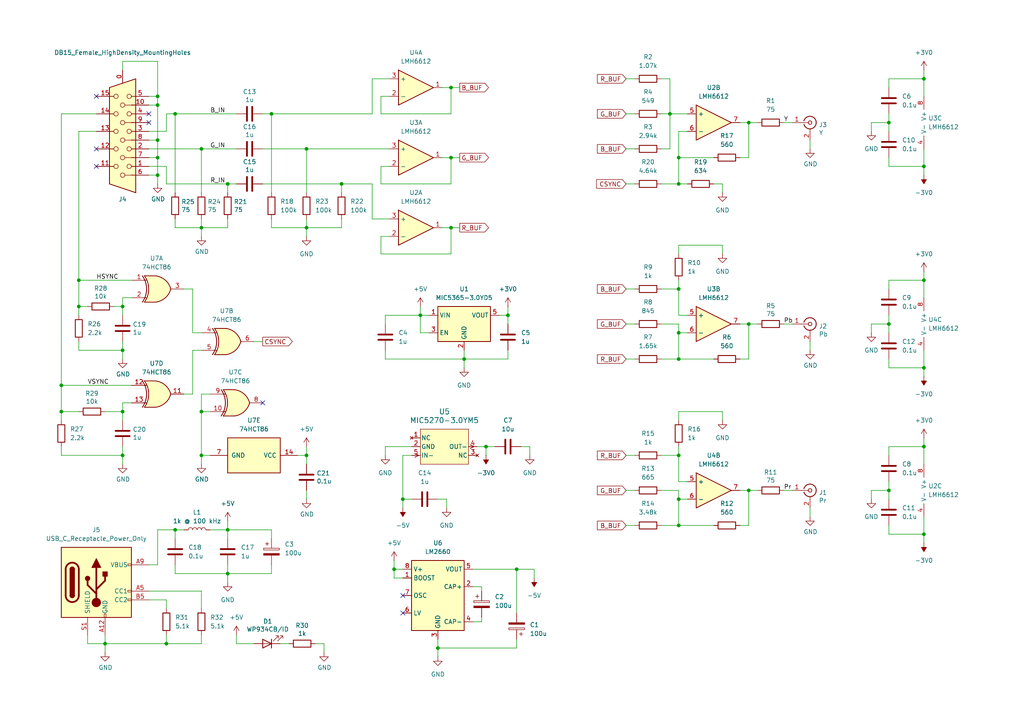
<source format=kicad_sch>
(kicad_sch (version 20250114) (generator "eeschema") (generator_version "9.0")
  (paper "A4")
  (title_block (title "RGBHV to YPbPr converter") (date "2025-05-28") (rev "v0.6"))
  (junction (at 149.86 165.1))
  (junction (at 35.56 132.08))
  (junction (at 99.06 53.34))
  (junction (at 196.85 83.82))
  (junction (at 134.62 104.14))
  (junction (at 267.97 154.94))
  (junction (at 114.3 165.1))
  (junction (at 267.97 129.54))
  (junction (at 45.72 27.94))
  (junction (at 147.32 91.44))
  (junction (at 257.81 142.24))
  (junction (at 140.97 129.54))
  (junction (at 196.85 96.52))
  (junction (at 58.42 66.04))
  (junction (at 30.48 186.69))
  (junction (at 22.86 81.28))
  (junction (at 45.72 40.64))
  (junction (at 58.42 132.08))
  (junction (at 35.56 88.9))
  (junction (at 45.72 50.8))
  (junction (at 66.04 153.67))
  (junction (at 78.74 33.02))
  (junction (at 58.42 119.38))
  (junction (at 217.17 35.56))
  (junction (at 35.56 101.6))
  (junction (at 257.81 35.56))
  (junction (at 130.81 25.4))
  (junction (at 17.78 111.76))
  (junction (at 257.81 93.98))
  (junction (at 196.85 132.08))
  (junction (at 130.81 66.04))
  (junction (at 267.97 106.68))
  (junction (at 45.72 45.72))
  (junction (at 88.9 66.04))
  (junction (at 194.31 33.02))
  (junction (at 267.97 81.28))
  (junction (at 196.85 53.34))
  (junction (at 45.72 30.48))
  (junction (at 50.8 33.02))
  (junction (at 127 187.96))
  (junction (at 196.85 144.78))
  (junction (at 116.84 144.78))
  (junction (at 50.8 153.67))
  (junction (at 267.97 22.86))
  (junction (at 35.56 119.38))
  (junction (at 66.04 166.37))
  (junction (at 196.85 104.14))
  (junction (at 267.97 48.26))
  (junction (at 22.86 88.9))
  (junction (at 88.9 43.18))
  (junction (at 217.17 142.24))
  (junction (at 121.92 91.44))
  (junction (at 196.85 152.4))
  (junction (at 66.04 53.34))
  (junction (at 130.81 45.72))
  (junction (at 217.17 93.98))
  (junction (at 196.85 45.72))
  (junction (at 58.42 43.18))
  (junction (at 88.9 132.08))
  (junction (at 17.78 119.38))
  (junction (at 48.26 186.69))
  (no_connect (at 27.94 43.18))
  (no_connect (at 27.94 48.26))
  (no_connect (at 43.18 33.02))
  (no_connect (at 27.94 27.94))
  (no_connect (at 116.84 177.8))
  (no_connect (at 76.2 116.84))
  (no_connect (at 116.84 172.72))
  (no_connect (at 43.18 35.56))
  (wire (pts (xy 107.95 63.5) (xy 113.03 63.5)))
  (wire (pts (xy 267.97 149.86) (xy 267.97 154.94)))
  (wire (pts (xy 196.85 93.98) (xy 196.85 96.52)))
  (wire (pts (xy 113.03 68.58) (xy 110.49 68.58)))
  (wire (pts (xy 257.81 33.02) (xy 257.81 35.56)))
  (wire (pts (xy 140.97 129.54) (xy 143.51 129.54)))
  (wire (pts (xy 76.2 99.06) (xy 73.66 99.06)))
  (wire (pts (xy 130.81 25.4) (xy 128.27 25.4)))
  (wire (pts (xy 45.72 45.72) (xy 45.72 40.64)))
  (wire (pts (xy 48.26 186.69) (xy 58.42 186.69)))
  (wire (pts (xy 130.81 25.4) (xy 133.35 25.4)))
  (wire (pts (xy 194.31 43.18) (xy 194.31 33.02)))
  (wire (pts (xy 196.85 81.28) (xy 196.85 83.82)))
  (wire (pts (xy 88.9 66.04) (xy 99.06 66.04)))
  (wire (pts (xy 110.49 27.94) (xy 110.49 33.02)))
  (wire (pts (xy 191.77 104.14) (xy 196.85 104.14)))
  (wire (pts (xy 30.48 186.69) (xy 48.26 186.69)))
  (wire (pts (xy 78.74 33.02) (xy 107.95 33.02)))
  (wire (pts (xy 124.46 96.52) (xy 121.92 96.52)))
  (wire (pts (xy 252.73 93.98) (xy 257.81 93.98)))
  (wire (pts (xy 199.39 38.1) (xy 196.85 38.1)))
  (wire (pts (xy 88.9 43.18) (xy 88.9 55.88)))
  (wire (pts (xy 196.85 53.34) (xy 199.39 53.34)))
  (wire (pts (xy 196.85 71.12) (xy 209.55 71.12)))
  (wire (pts (xy 35.56 119.38) (xy 30.48 119.38)))
  (wire (pts (xy 196.85 119.38) (xy 209.55 119.38)))
  (wire (pts (xy 66.04 66.04) (xy 66.04 63.5)))
  (wire (pts (xy 50.8 33.02) (xy 50.8 55.88)))
  (wire (pts (xy 267.97 78.74) (xy 267.97 81.28)))
  (wire (pts (xy 257.81 83.82) (xy 257.81 81.28)))
  (wire (pts (xy 43.18 43.18) (xy 58.42 43.18)))
  (wire (pts (xy 196.85 139.7) (xy 199.39 139.7)))
  (wire (pts (xy 267.97 154.94) (xy 267.97 157.48)))
  (wire (pts (xy 128.27 45.72) (xy 130.81 45.72)))
  (wire (pts (xy 217.17 142.24) (xy 217.17 152.4)))
  (wire (pts (xy 91.44 186.69) (xy 93.98 186.69)))
  (wire (pts (xy 35.56 129.54) (xy 35.56 132.08)))
  (wire (pts (xy 78.74 63.5) (xy 78.74 66.04)))
  (wire (pts (xy 196.85 129.54) (xy 196.85 132.08)))
  (wire (pts (xy 111.76 91.44) (xy 111.76 93.98)))
  (wire (pts (xy 83.82 186.69) (xy 81.28 186.69)))
  (wire (pts (xy 48.26 33.02) (xy 50.8 33.02)))
  (wire (pts (xy 153.67 132.08) (xy 153.67 129.54)))
  (wire (pts (xy 194.31 33.02) (xy 199.39 33.02)))
  (wire (pts (xy 66.04 166.37) (xy 78.74 166.37)))
  (wire (pts (xy 22.86 38.1) (xy 22.86 81.28)))
  (wire (pts (xy 58.42 132.08) (xy 58.42 134.62)))
  (wire (pts (xy 196.85 142.24) (xy 196.85 144.78)))
  (wire (pts (xy 58.42 66.04) (xy 66.04 66.04)))
  (wire (pts (xy 194.31 22.86) (xy 194.31 33.02)))
  (wire (pts (xy 267.97 127) (xy 267.97 129.54)))
  (wire (pts (xy 113.03 27.94) (xy 110.49 27.94)))
  (wire (pts (xy 181.61 132.08) (xy 184.15 132.08)))
  (wire (pts (xy 267.97 43.18) (xy 267.97 48.26)))
  (wire (pts (xy 153.67 129.54) (xy 151.13 129.54)))
  (wire (pts (xy 217.17 152.4) (xy 214.63 152.4)))
  (wire (pts (xy 17.78 119.38) (xy 17.78 111.76)))
  (wire (pts (xy 191.77 53.34) (xy 196.85 53.34)))
  (wire (pts (xy 116.84 144.78) (xy 119.38 144.78)))
  (wire (pts (xy 252.73 144.78) (xy 252.73 142.24)))
  (wire (pts (xy 66.04 166.37) (xy 66.04 168.91)))
  (wire (pts (xy 48.26 38.1) (xy 43.18 38.1)))
  (wire (pts (xy 181.61 22.86) (xy 184.15 22.86)))
  (wire (pts (xy 267.97 20.32) (xy 267.97 22.86)))
  (wire (pts (xy 257.81 142.24) (xy 257.81 144.78)))
  (wire (pts (xy 207.01 53.34) (xy 209.55 53.34)))
  (wire (pts (xy 181.61 83.82) (xy 184.15 83.82)))
  (wire (pts (xy 257.81 81.28) (xy 267.97 81.28)))
  (wire (pts (xy 114.3 162.56) (xy 114.3 165.1)))
  (wire (pts (xy 110.49 73.66) (xy 130.81 73.66)))
  (wire (pts (xy 196.85 91.44) (xy 199.39 91.44)))
  (wire (pts (xy 22.86 88.9) (xy 22.86 81.28)))
  (wire (pts (xy 196.85 96.52) (xy 199.39 96.52)))
  (wire (pts (xy 130.81 45.72) (xy 133.35 45.72)))
  (wire (pts (xy 116.84 165.1) (xy 114.3 165.1)))
  (wire (pts (xy 181.61 53.34) (xy 184.15 53.34)))
  (wire (pts (xy 267.97 101.6) (xy 267.97 106.68)))
  (wire (pts (xy 50.8 163.83) (xy 50.8 166.37)))
  (wire (pts (xy 207.01 152.4) (xy 196.85 152.4)))
  (wire (pts (xy 58.42 101.6) (xy 55.88 101.6)))
  (wire (pts (xy 78.74 66.04) (xy 88.9 66.04)))
  (wire (pts (xy 217.17 93.98) (xy 219.71 93.98)))
  (wire (pts (xy 45.72 153.67) (xy 45.72 163.83)))
  (wire (pts (xy 196.85 71.12) (xy 196.85 73.66)))
  (wire (pts (xy 214.63 142.24) (xy 217.17 142.24)))
  (wire (pts (xy 58.42 171.45) (xy 58.42 176.53)))
  (wire (pts (xy 252.73 142.24) (xy 257.81 142.24)))
  (wire (pts (xy 48.26 184.15) (xy 48.26 186.69)))
  (wire (pts (xy 66.04 153.67) (xy 66.04 156.21)))
  (wire (pts (xy 58.42 184.15) (xy 58.42 186.69)))
  (wire (pts (xy 196.85 83.82) (xy 196.85 91.44)))
  (wire (pts (xy 257.81 104.14) (xy 257.81 106.68)))
  (wire (pts (xy 35.56 20.32) (xy 35.56 17.78)))
  (wire (pts (xy 217.17 142.24) (xy 219.71 142.24)))
  (wire (pts (xy 60.96 153.67) (xy 66.04 153.67)))
  (wire (pts (xy 76.2 53.34) (xy 99.06 53.34)))
  (wire (pts (xy 214.63 45.72) (xy 217.17 45.72)))
  (wire (pts (xy 25.4 186.69) (xy 25.4 184.15)))
  (wire (pts (xy 30.48 186.69) (xy 25.4 186.69)))
  (wire (pts (xy 267.97 129.54) (xy 267.97 134.62)))
  (wire (pts (xy 50.8 153.67) (xy 50.8 156.21)))
  (wire (pts (xy 93.98 186.69) (xy 93.98 189.23)))
  (wire (pts (xy 257.81 129.54) (xy 267.97 129.54)))
  (wire (pts (xy 227.33 93.98) (xy 229.87 93.98)))
  (wire (pts (xy 134.62 104.14) (xy 134.62 106.68)))
  (wire (pts (xy 66.04 53.34) (xy 66.04 55.88)))
  (wire (pts (xy 113.03 48.26) (xy 110.49 48.26)))
  (wire (pts (xy 149.86 165.1) (xy 154.94 165.1)))
  (wire (pts (xy 267.97 81.28) (xy 267.97 86.36)))
  (wire (pts (xy 119.38 129.54) (xy 111.76 129.54)))
  (wire (pts (xy 234.95 101.6) (xy 234.95 99.06)))
  (wire (pts (xy 114.3 167.64) (xy 116.84 167.64)))
  (wire (pts (xy 181.61 33.02) (xy 184.15 33.02)))
  (wire (pts (xy 22.86 91.44) (xy 22.86 88.9)))
  (wire (pts (xy 116.84 132.08) (xy 119.38 132.08)))
  (wire (pts (xy 58.42 68.58) (xy 58.42 66.04)))
  (wire (pts (xy 191.77 93.98) (xy 196.85 93.98)))
  (wire (pts (xy 130.81 66.04) (xy 133.35 66.04)))
  (wire (pts (xy 48.26 173.99) (xy 48.26 176.53)))
  (wire (pts (xy 30.48 184.15) (xy 30.48 186.69)))
  (wire (pts (xy 137.16 180.34) (xy 139.7 180.34)))
  (wire (pts (xy 45.72 50.8) (xy 45.72 45.72)))
  (wire (pts (xy 196.85 144.78) (xy 199.39 144.78)))
  (wire (pts (xy 257.81 152.4) (xy 257.81 154.94)))
  (wire (pts (xy 66.04 53.34) (xy 68.58 53.34)))
  (wire (pts (xy 257.81 106.68) (xy 267.97 106.68)))
  (wire (pts (xy 48.26 53.34) (xy 48.26 48.26)))
  (wire (pts (xy 58.42 63.5) (xy 58.42 66.04)))
  (wire (pts (xy 134.62 101.6) (xy 134.62 104.14)))
  (wire (pts (xy 257.81 93.98) (xy 257.81 91.44)))
  (wire (pts (xy 66.04 151.13) (xy 66.04 153.67)))
  (wire (pts (xy 88.9 63.5) (xy 88.9 66.04)))
  (wire (pts (xy 196.85 45.72) (xy 207.01 45.72)))
  (wire (pts (xy 50.8 66.04) (xy 58.42 66.04)))
  (wire (pts (xy 50.8 153.67) (xy 53.34 153.67)))
  (wire (pts (xy 139.7 180.34) (xy 139.7 179.07)))
  (wire (pts (xy 138.43 129.54) (xy 140.97 129.54)))
  (wire (pts (xy 55.88 96.52) (xy 55.88 83.82)))
  (wire (pts (xy 114.3 165.1) (xy 114.3 167.64)))
  (wire (pts (xy 58.42 43.18) (xy 68.58 43.18)))
  (wire (pts (xy 76.2 33.02) (xy 78.74 33.02)))
  (wire (pts (xy 127 187.96) (xy 149.86 187.96)))
  (wire (pts (xy 127 144.78) (xy 129.54 144.78)))
  (wire (pts (xy 207.01 104.14) (xy 196.85 104.14)))
  (wire (pts (xy 68.58 186.69) (xy 73.66 186.69)))
  (wire (pts (xy 35.56 121.92) (xy 35.56 119.38)))
  (wire (pts (xy 154.94 167.64) (xy 154.94 165.1)))
  (wire (pts (xy 252.73 35.56) (xy 257.81 35.56)))
  (wire (pts (xy 99.06 53.34) (xy 107.95 53.34)))
  (wire (pts (xy 38.1 111.76) (xy 17.78 111.76)))
  (wire (pts (xy 45.72 53.34) (xy 45.72 50.8)))
  (wire (pts (xy 130.81 53.34) (xy 130.81 45.72)))
  (wire (pts (xy 140.97 132.08) (xy 140.97 129.54)))
  (wire (pts (xy 257.81 139.7) (xy 257.81 142.24)))
  (wire (pts (xy 191.77 83.82) (xy 196.85 83.82)))
  (wire (pts (xy 30.48 186.69) (xy 30.48 189.23)))
  (wire (pts (xy 127 185.42) (xy 127 187.96)))
  (wire (pts (xy 257.81 35.56) (xy 257.81 38.1)))
  (wire (pts (xy 111.76 101.6) (xy 111.76 104.14)))
  (wire (pts (xy 191.77 142.24) (xy 196.85 142.24)))
  (wire (pts (xy 35.56 17.78) (xy 45.72 17.78)))
  (wire (pts (xy 50.8 63.5) (xy 50.8 66.04)))
  (wire (pts (xy 60.96 132.08) (xy 58.42 132.08)))
  (wire (pts (xy 234.95 40.64) (xy 234.95 43.18)))
  (wire (pts (xy 121.92 96.52) (xy 121.92 91.44)))
  (wire (pts (xy 267.97 48.26) (xy 267.97 50.8)))
  (wire (pts (xy 35.56 101.6) (xy 35.56 104.14)))
  (wire (pts (xy 78.74 166.37) (xy 78.74 163.83)))
  (wire (pts (xy 43.18 45.72) (xy 45.72 45.72)))
  (wire (pts (xy 45.72 153.67) (xy 50.8 153.67)))
  (wire (pts (xy 99.06 66.04) (xy 99.06 63.5)))
  (wire (pts (xy 66.04 153.67) (xy 78.74 153.67)))
  (wire (pts (xy 78.74 33.02) (xy 78.74 55.88)))
  (wire (pts (xy 43.18 48.26) (xy 48.26 48.26)))
  (wire (pts (xy 50.8 166.37) (xy 66.04 166.37)))
  (wire (pts (xy 17.78 129.54) (xy 17.78 132.08)))
  (wire (pts (xy 257.81 48.26) (xy 257.81 45.72)))
  (wire (pts (xy 209.55 119.38) (xy 209.55 121.92)))
  (wire (pts (xy 78.74 153.67) (xy 78.74 156.21)))
  (wire (pts (xy 191.77 43.18) (xy 194.31 43.18)))
  (wire (pts (xy 58.42 96.52) (xy 55.88 96.52)))
  (wire (pts (xy 116.84 147.32) (xy 116.84 144.78)))
  (wire (pts (xy 252.73 38.1) (xy 252.73 35.56)))
  (wire (pts (xy 147.32 104.14) (xy 147.32 101.6)))
  (wire (pts (xy 35.56 132.08) (xy 35.56 134.62)))
  (wire (pts (xy 22.86 99.06) (xy 22.86 101.6)))
  (wire (pts (xy 58.42 43.18) (xy 58.42 55.88)))
  (wire (pts (xy 257.81 22.86) (xy 267.97 22.86)))
  (wire (pts (xy 76.2 43.18) (xy 88.9 43.18)))
  (wire (pts (xy 129.54 144.78) (xy 129.54 147.32)))
  (wire (pts (xy 17.78 33.02) (xy 17.78 111.76)))
  (wire (pts (xy 43.18 27.94) (xy 45.72 27.94)))
  (wire (pts (xy 35.56 99.06) (xy 35.56 101.6)))
  (wire (pts (xy 111.76 104.14) (xy 134.62 104.14)))
  (wire (pts (xy 257.81 22.86) (xy 257.81 25.4)))
  (wire (pts (xy 137.16 170.18) (xy 139.7 170.18)))
  (wire (pts (xy 121.92 91.44) (xy 111.76 91.44)))
  (wire (pts (xy 58.42 114.3) (xy 58.42 119.38)))
  (wire (pts (xy 22.86 38.1) (xy 27.94 38.1)))
  (wire (pts (xy 88.9 66.04) (xy 88.9 68.58)))
  (wire (pts (xy 43.18 171.45) (xy 58.42 171.45)))
  (wire (pts (xy 38.1 81.28) (xy 22.86 81.28)))
  (wire (pts (xy 149.86 187.96) (xy 149.86 185.42)))
  (wire (pts (xy 147.32 91.44) (xy 147.32 93.98)))
  (wire (pts (xy 45.72 163.83) (xy 43.18 163.83)))
  (wire (pts (xy 55.88 114.3) (xy 53.34 114.3)))
  (wire (pts (xy 196.85 132.08) (xy 196.85 139.7)))
  (wire (pts (xy 110.49 48.26) (xy 110.49 53.34)))
  (wire (pts (xy 88.9 132.08) (xy 88.9 134.62)))
  (wire (pts (xy 209.55 53.34) (xy 209.55 55.88)))
  (wire (pts (xy 257.81 48.26) (xy 267.97 48.26)))
  (wire (pts (xy 45.72 30.48) (xy 43.18 30.48)))
  (wire (pts (xy 134.62 104.14) (xy 147.32 104.14)))
  (wire (pts (xy 121.92 91.44) (xy 124.46 91.44)))
  (wire (pts (xy 217.17 35.56) (xy 219.71 35.56)))
  (wire (pts (xy 194.31 33.02) (xy 191.77 33.02)))
  (wire (pts (xy 139.7 170.18) (xy 139.7 171.45)))
  (wire (pts (xy 116.84 144.78) (xy 116.84 132.08)))
  (wire (pts (xy 217.17 104.14) (xy 214.63 104.14)))
  (wire (pts (xy 181.61 142.24) (xy 184.15 142.24)))
  (wire (pts (xy 144.78 91.44) (xy 147.32 91.44)))
  (wire (pts (xy 196.85 144.78) (xy 196.85 152.4)))
  (wire (pts (xy 58.42 119.38) (xy 58.42 132.08)))
  (wire (pts (xy 60.96 114.3) (xy 58.42 114.3)))
  (wire (pts (xy 110.49 33.02) (xy 130.81 33.02)))
  (wire (pts (xy 252.73 96.52) (xy 252.73 93.98)))
  (wire (pts (xy 45.72 27.94) (xy 45.72 30.48)))
  (wire (pts (xy 130.81 73.66) (xy 130.81 66.04)))
  (wire (pts (xy 17.78 119.38) (xy 17.78 121.92)))
  (wire (pts (xy 257.81 132.08) (xy 257.81 129.54)))
  (wire (pts (xy 217.17 93.98) (xy 217.17 104.14)))
  (wire (pts (xy 130.81 33.02) (xy 130.81 25.4)))
  (wire (pts (xy 66.04 166.37) (xy 66.04 163.83)))
  (wire (pts (xy 35.56 86.36) (xy 38.1 86.36)))
  (wire (pts (xy 257.81 154.94) (xy 267.97 154.94)))
  (wire (pts (xy 110.49 53.34) (xy 130.81 53.34)))
  (wire (pts (xy 181.61 43.18) (xy 184.15 43.18)))
  (wire (pts (xy 99.06 53.34) (xy 99.06 55.88)))
  (wire (pts (xy 111.76 129.54) (xy 111.76 132.08)))
  (wire (pts (xy 48.26 33.02) (xy 48.26 38.1)))
  (wire (pts (xy 267.97 106.68) (xy 267.97 109.22)))
  (wire (pts (xy 88.9 142.24) (xy 88.9 144.78)))
  (wire (pts (xy 50.8 33.02) (xy 68.58 33.02)))
  (wire (pts (xy 214.63 35.56) (xy 217.17 35.56)))
  (wire (pts (xy 22.86 101.6) (xy 35.56 101.6)))
  (wire (pts (xy 88.9 132.08) (xy 88.9 129.54)))
  (wire (pts (xy 35.56 88.9) (xy 35.56 86.36)))
  (wire (pts (xy 35.56 91.44) (xy 35.56 88.9)))
  (wire (pts (xy 17.78 132.08) (xy 35.56 132.08)))
  (wire (pts (xy 48.26 53.34) (xy 66.04 53.34)))
  (wire (pts (xy 217.17 35.56) (xy 217.17 45.72)))
  (wire (pts (xy 45.72 17.78) (xy 45.72 27.94)))
  (wire (pts (xy 191.77 22.86) (xy 194.31 22.86)))
  (wire (pts (xy 33.02 88.9) (xy 35.56 88.9)))
  (wire (pts (xy 43.18 50.8) (xy 45.72 50.8)))
  (wire (pts (xy 196.85 96.52) (xy 196.85 104.14)))
  (wire (pts (xy 267.97 22.86) (xy 267.97 27.94)))
  (wire (pts (xy 227.33 142.24) (xy 229.87 142.24)))
  (wire (pts (xy 55.88 101.6) (xy 55.88 114.3)))
  (wire (pts (xy 86.36 132.08) (xy 88.9 132.08)))
  (wire (pts (xy 43.18 173.99) (xy 48.26 173.99)))
  (wire (pts (xy 53.34 83.82) (xy 55.88 83.82)))
  (wire (pts (xy 181.61 93.98) (xy 184.15 93.98)))
  (wire (pts (xy 181.61 152.4) (xy 184.15 152.4)))
  (wire (pts (xy 234.95 147.32) (xy 234.95 149.86)))
  (wire (pts (xy 196.85 53.34) (xy 196.85 45.72)))
  (wire (pts (xy 110.49 68.58) (xy 110.49 73.66)))
  (wire (pts (xy 257.81 93.98) (xy 257.81 96.52)))
  (wire (pts (xy 191.77 152.4) (xy 196.85 152.4)))
  (wire (pts (xy 38.1 116.84) (xy 35.56 116.84)))
  (wire (pts (xy 191.77 132.08) (xy 196.85 132.08)))
  (wire (pts (xy 68.58 186.69) (xy 68.58 184.15)))
  (wire (pts (xy 127 187.96) (xy 127 190.5)))
  (wire (pts (xy 17.78 33.02) (xy 27.94 33.02)))
  (wire (pts (xy 147.32 91.44) (xy 147.32 88.9)))
  (wire (pts (xy 107.95 33.02) (xy 107.95 22.86)))
  (wire (pts (xy 209.55 71.12) (xy 209.55 73.66)))
  (wire (pts (xy 137.16 165.1) (xy 149.86 165.1)))
  (wire (pts (xy 196.85 38.1) (xy 196.85 45.72)))
  (wire (pts (xy 181.61 104.14) (xy 184.15 104.14)))
  (wire (pts (xy 35.56 116.84) (xy 35.56 119.38)))
  (wire (pts (xy 43.18 40.64) (xy 45.72 40.64)))
  (wire (pts (xy 88.9 43.18) (xy 113.03 43.18)))
  (wire (pts (xy 45.72 40.64) (xy 45.72 30.48)))
  (wire (pts (xy 149.86 165.1) (xy 149.86 177.8)))
  (wire (pts (xy 22.86 119.38) (xy 17.78 119.38)))
  (wire (pts (xy 130.81 66.04) (xy 128.27 66.04)))
  (wire (pts (xy 22.86 88.9) (xy 25.4 88.9)))
  (wire (pts (xy 214.63 93.98) (xy 217.17 93.98)))
  (wire (pts (xy 121.92 88.9) (xy 121.92 91.44)))
  (wire (pts (xy 107.95 22.86) (xy 113.03 22.86)))
  (wire (pts (xy 58.42 119.38) (xy 60.96 119.38)))
  (wire (pts (xy 196.85 119.38) (xy 196.85 121.92)))
  (wire (pts (xy 227.33 35.56) (xy 229.87 35.56)))
  (wire (pts (xy 107.95 63.5) (xy 107.95 53.34)))
  (label "B_IN" (at 60.96 33.02 0))
  (label "Pb" (at 227.33 93.98 0))
  (label "Y" (at 227.33 35.56 0))
  (label "VSYNC" (at 25.4 111.76 0))
  (label "R_IN" (at 60.96 53.34 0))
  (label "G_IN" (at 60.96 43.18 0))
  (label "Pr" (at 227.33 142.24 0))
  (label "HSYNC" (at 27.94 81.28 0))
  (global_label "B_BUF" (shape output) (at 133.35 25.4 0) (property "Intersheetrefs" "${INTERSHEET_REFS}" (effects (hide yes))))
  (global_label "R_BUF" (shape input) (at 181.61 132.08 180) (property "Intersheetrefs" "${INTERSHEET_REFS}" (effects (hide yes))))
  (global_label "R_BUF" (shape output) (at 133.35 66.04 0) (property "Intersheetrefs" "${INTERSHEET_REFS}" (effects (hide yes))))
  (global_label "B_BUF" (shape input) (at 181.61 152.4 180) (property "Intersheetrefs" "${INTERSHEET_REFS}" (effects (hide yes))))
  (global_label "G_BUF" (shape input) (at 181.61 93.98 180) (property "Intersheetrefs" "${INTERSHEET_REFS}" (effects (hide yes))))
  (global_label "G_BUF" (shape output) (at 133.35 45.72 0) (property "Intersheetrefs" "${INTERSHEET_REFS}" (effects (hide yes))))
  (global_label "G_BUF" (shape input) (at 181.61 33.02 180) (property "Intersheetrefs" "${INTERSHEET_REFS}" (effects (hide yes))))
  (global_label "CSYNC" (shape output) (at 76.2 99.06 0) (property "Intersheetrefs" "${INTERSHEET_REFS}" (effects (hide yes))))
  (global_label "G_BUF" (shape input) (at 181.61 142.24 180) (property "Intersheetrefs" "${INTERSHEET_REFS}" (effects (hide yes))))
  (global_label "B_BUF" (shape input) (at 181.61 43.18 180) (property "Intersheetrefs" "${INTERSHEET_REFS}" (effects (hide yes))))
  (global_label "R_BUF" (shape input) (at 181.61 104.14 180) (property "Intersheetrefs" "${INTERSHEET_REFS}" (effects (hide yes))))
  (global_label "CSYNC" (shape input) (at 181.61 53.34 180) (property "Intersheetrefs" "${INTERSHEET_REFS}" (effects (hide yes))))
  (global_label "R_BUF" (shape input) (at 181.61 22.86 180) (property "Intersheetrefs" "${INTERSHEET_REFS}" (effects (hide yes))))
  (global_label "B_BUF" (shape input) (at 181.61 83.82 180) (property "Intersheetrefs" "${INTERSHEET_REFS}" (effects (hide yes))))
  (symbol (lib_id "Connector:Conn_Coaxial") (at 234.95 35.56 0) (unit 1)
    (property "Reference" "J3" (at 237.49 36.195 0) (effects (justify left)))
    (property "Value" "Y" (at 237.49 38.5064 0) (effects (justify left)))
    (property "Footprint" "retro_gaming:CUI_RCJ-04x" (effects (hide yes)))
  )
  (symbol (lib_id "Connector:Conn_Coaxial") (at 234.95 142.24 0) (unit 1)
    (property "Reference" "J1" (at 237.49 142.875 0) (effects (justify left)))
    (property "Value" "Pr" (at 237.49 145.1864 0) (effects (justify left)))
    (property "Footprint" "retro_gaming:CUI_RCJ-04x" (effects (hide yes)))
  )
  (symbol (lib_id "Connector:Conn_Coaxial") (at 234.95 93.98 0) (unit 1)
    (property "Reference" "J2" (at 237.49 94.615 0) (effects (justify left)))
    (property "Value" "Pb" (at 237.49 96.9264 0) (effects (justify left)))
    (property "Footprint" "retro_gaming:CUI_RCJ-04x" (effects (hide yes)))
  )
  (symbol (lib_id "power:GND") (at 234.95 43.18 0) (unit 1)
    (property "Reference" "#PWR028" (effects (hide yes)))
    (property "Value" "GND" (at 235.077 47.5742 0))
  )
  (symbol (lib_id "Device:C") (at 72.39 43.18 270) (unit 1)
    (property "Reference" "C16" (at 72.39 36.7792 90))
    (property "Value" "1u" (at 72.39 39.0906 90))
    (property "Footprint" "Capacitor_SMD:C_0805_2012Metric_Pad1.18x1.45mm_HandSolder" (effects (hide yes)))
  )
  (symbol (lib_id "Device:C") (at 72.39 53.34 270) (unit 1)
    (property "Reference" "C15" (at 72.39 46.9392 90))
    (property "Value" "1u" (at 72.39 49.2506 90))
    (property "Footprint" "Capacitor_SMD:C_0805_2012Metric_Pad1.18x1.45mm_HandSolder" (effects (hide yes)))
  )
  (symbol (lib_id "Device:C") (at 72.39 33.02 270) (unit 1)
    (property "Reference" "C13" (at 72.39 26.6192 90))
    (property "Value" "1u" (at 72.39 28.9306 90))
    (property "Footprint" "Capacitor_SMD:C_0805_2012Metric_Pad1.18x1.45mm_HandSolder" (effects (hide yes)))
  )
  (symbol (lib_id "Device:R") (at 66.04 59.69 0) (unit 1)
    (property "Reference" "R21" (at 67.818 58.5216 0) (effects (justify left)))
    (property "Value" "75" (at 67.818 60.833 0) (effects (justify left)))
    (property "Footprint" "Resistor_SMD:R_0805_2012Metric_Pad1.20x1.40mm_HandSolder" (effects (hide yes)))
  )
  (symbol (lib_id "Device:R") (at 58.42 59.69 0) (unit 1)
    (property "Reference" "R24" (at 60.198 58.5216 0) (effects (justify left)))
    (property "Value" "75" (at 60.198 60.833 0) (effects (justify left)))
    (property "Footprint" "Resistor_SMD:R_0805_2012Metric_Pad1.20x1.40mm_HandSolder" (effects (hide yes)))
  )
  (symbol (lib_id "Device:R") (at 50.8 59.69 0) (unit 1)
    (property "Reference" "R25" (at 52.578 58.5216 0) (effects (justify left)))
    (property "Value" "75" (at 52.578 60.833 0) (effects (justify left)))
    (property "Footprint" "Resistor_SMD:R_0805_2012Metric_Pad1.20x1.40mm_HandSolder" (effects (hide yes)))
  )
  (symbol (lib_id "power:GND") (at 58.42 68.58 0) (unit 1)
    (property "Reference" "#PWR05" (effects (hide yes)))
    (property "Value" "GND" (at 58.547 72.9742 0))
  )
  (symbol (lib_id "Connector:DB15_Female_HighDensity_MountingHoles") (at 35.56 38.1 180) (unit 1)
    (property "Reference" "J4" (at 35.56 57.785 0))
    (property "Value" "DB15_Female_HighDensity_MountingHoles" (at 35.56 15.24 0))
    (property "Footprint" "retro_gaming:AMPHENOL_L17HTHES4F1C" (effects (hide yes)))
  )
  (symbol (lib_id "power:GND") (at 45.72 53.34 0) (unit 1)
    (property "Reference" "#PWR04" (effects (hide yes)))
    (property "Value" "GND" (at 45.847 57.7342 0))
  )
  (symbol (lib_id "Device:R") (at 223.52 93.98 270) (unit 1)
    (property "Reference" "R5" (at 223.52 88.7222 90))
    (property "Value" "75" (at 223.52 91.0336 90))
    (property "Footprint" "Resistor_SMD:R_0805_2012Metric_Pad1.20x1.40mm_HandSolder" (effects (hide yes)))
  )
  (symbol (lib_id "power:GND") (at 234.95 149.86 0) (unit 1)
    (property "Reference" "#PWR030" (effects (hide yes)))
    (property "Value" "GND" (at 235.077 154.2542 0))
  )
  (symbol (lib_id "power:GND") (at 234.95 101.6 0) (unit 1)
    (property "Reference" "#PWR029" (effects (hide yes)))
    (property "Value" "GND" (at 235.077 105.9942 0))
  )
  (symbol (lib_id "Device:R") (at 29.21 88.9 270) (unit 1)
    (property "Reference" "R28" (at 29.21 83.6422 90))
    (property "Value" "10k" (at 29.21 85.9536 90))
    (property "Footprint" "Resistor_SMD:R_0805_2012Metric_Pad1.20x1.40mm_HandSolder" (effects (hide yes)))
  )
  (symbol (lib_id "Device:R") (at 26.67 119.38 270) (unit 1)
    (property "Reference" "R29" (at 26.67 114.1222 90))
    (property "Value" "10k" (at 26.67 116.4336 90))
    (property "Footprint" "Resistor_SMD:R_0805_2012Metric_Pad1.20x1.40mm_HandSolder" (effects (hide yes)))
  )
  (symbol (lib_id "Device:C") (at 35.56 95.25 0) (unit 1)
    (property "Reference" "C19" (at 38.481 94.0816 0) (effects (justify left)))
    (property "Value" "1u" (at 38.481 96.393 0) (effects (justify left)))
    (property "Footprint" "Capacitor_SMD:C_0805_2012Metric_Pad1.18x1.45mm_HandSolder" (effects (hide yes)))
  )
  (symbol (lib_id "Device:C") (at 35.56 125.73 0) (unit 1)
    (property "Reference" "C20" (at 38.481 124.5616 0) (effects (justify left)))
    (property "Value" "1u" (at 38.481 126.873 0) (effects (justify left)))
    (property "Footprint" "Capacitor_SMD:C_0805_2012Metric_Pad1.18x1.45mm_HandSolder" (effects (hide yes)))
  )
  (symbol (lib_id "power:GND") (at 35.56 104.14 0) (unit 1)
    (property "Reference" "#PWR02" (effects (hide yes)))
    (property "Value" "GND" (at 35.687 108.5342 0))
  )
  (symbol (lib_id "power:GND") (at 88.9 144.78 0) (unit 1)
    (property "Reference" "#PWR012" (effects (hide yes)))
    (property "Value" "GND" (at 89.027 149.1742 0))
  )
  (symbol (lib_id "Device:C") (at 88.9 138.43 0) (unit 1)
    (property "Reference" "C21" (at 91.821 137.2616 0) (effects (justify left)))
    (property "Value" "0.1u" (at 91.821 139.573 0) (effects (justify left)))
    (property "Footprint" "Capacitor_SMD:C_0805_2012Metric_Pad1.18x1.45mm_HandSolder" (effects (hide yes)))
  )
  (symbol (lib_id "power:GND") (at 58.42 134.62 0) (unit 1)
    (property "Reference" "#PWR06" (effects (hide yes)))
    (property "Value" "GND" (at 58.547 139.0142 0))
  )
  (symbol (lib_id "Device:LED") (at 77.47 186.69 180) (unit 1)
    (property "Reference" "D1" (at 77.6478 180.213 0))
    (property "Value" "WP934CB/ID" (at 77.6478 182.5244 0))
    (property "Footprint" "retro_gaming:WP934" (effects (hide yes)))
  )
  (symbol (lib_id "Device:R") (at 87.63 186.69 270) (unit 1)
    (property "Reference" "R30" (at 87.63 181.4322 90))
    (property "Value" "1k" (at 87.63 183.7436 90))
    (property "Footprint" "Resistor_SMD:R_0805_2012Metric_Pad1.20x1.40mm_HandSolder" (effects (hide yes)))
  )
  (symbol (lib_id "power:GND") (at 93.98 189.23 0) (unit 1)
    (property "Reference" "#PWR013" (effects (hide yes)))
    (property "Value" "GND" (at 94.107 193.6242 0))
  )
  (symbol (lib_id "power:GND") (at 30.48 189.23 0) (unit 1)
    (property "Reference" "#PWR01" (effects (hide yes)))
    (property "Value" "GND" (at 30.607 193.6242 0))
  )
  (symbol (lib_id "power:GND") (at 35.56 134.62 0) (unit 1)
    (property "Reference" "#PWR03" (effects (hide yes)))
    (property "Value" "GND" (at 35.687 139.0142 0))
  )
  (symbol (lib_name "GND_10") (lib_id "power:GND") (at 111.76 132.08 0) (unit 1)
    (property "Reference" "#PWR014" (effects (hide yes)))
    (property "Value" "GND" (at 111.76 137.16 0))
    (property "Description" "Power symbol creates a global label with name \"GND\" , ground" (effects (hide yes)))
  )
  (symbol (lib_id "Device:R") (at 22.86 95.25 0) (unit 1)
    (property "Reference" "R26" (at 25.4 93.9799 0) (effects (justify left)))
    (property "Value" "2.2k" (at 25.4 96.5199 0) (effects (justify left)))
    (property "Footprint" "Resistor_SMD:R_0805_2012Metric_Pad1.20x1.40mm_HandSolder" (effects (hide yes)))
  )
  (symbol (lib_name "GND_5") (lib_id "power:GND") (at 252.73 96.52 0) (unit 1)
    (property "Reference" "#PWR032" (effects (hide yes)))
    (property "Value" "GND" (at 252.73 101.6 0))
    (property "Description" "Power symbol creates a global label with name \"GND\" , ground" (effects (hide yes)))
  )
  (symbol (lib_id "power:-5V") (at 116.84 147.32 180) (unit 1)
    (property "Reference" "#PWR016" (effects (hide yes)))
    (property "Value" "-5V" (at 116.84 152.4 0))
    (property "Description" "Power symbol creates a global label with name \"-5V\"" (effects (hide yes)))
  )
  (symbol (lib_id "Device:Opamp_Dual") (at 270.51 35.56 0) (unit 3)
    (property "Reference" "U3" (at 269.24 34.2899 0) (effects (justify left)))
    (property "Value" "LMH6612" (at 269.24 36.8299 0) (effects (justify left)))
    (property "Footprint" "Package_SO:SOIC-8_3.9x4.9mm_P1.27mm" (effects (hide yes)))
    (property "Description" "Dual operational amplifier" (effects (hide yes)))
    (property "Sim.Library" "${KICAD7_SYMBOL_DIR}/Simulation_SPICE.sp" (effects (hide yes)))
    (property "Sim.Name" "kicad_builtin_opamp_dual" (effects (hide yes)))
    (property "Sim.Device" "SUBCKT" (effects (hide yes)))
    (property "Sim.Pins" "1=out1 2=in1- 3=in1+ 4=vee 5=in2+ 6=in2- 7=out2 8=vcc" (effects (hide yes)))
  )
  (symbol (lib_name "+5V_1") (lib_id "power:+5V") (at 121.92 88.9 0) (unit 1)
    (property "Reference" "#PWR017" (effects (hide yes)))
    (property "Value" "+5V" (at 121.92 83.82 0))
  )
  (symbol (lib_name "GND_3") (lib_id "power:GND") (at 134.62 106.68 0) (unit 1)
    (property "Reference" "#PWR020" (effects (hide yes)))
    (property "Value" "GND" (at 134.62 111.76 0))
    (property "Description" "Power symbol creates a global label with name \"GND\" , ground" (effects (hide yes)))
  )
  (symbol (lib_id "Device:R") (at 99.06 59.69 0) (unit 1)
    (property "Reference" "R22" (at 101.6 58.4199 0) (effects (justify left)))
    (property "Value" "100k" (at 101.6 60.9599 0) (effects (justify left)))
    (property "Footprint" "Resistor_SMD:R_0805_2012Metric_Pad1.20x1.40mm_HandSolder" (effects (hide yes)))
    (property "Description" "Resistor" (effects (hide yes)))
  )
  (symbol (lib_name "GND_13") (lib_id "power:GND") (at 153.67 132.08 0) (unit 1)
    (property "Reference" "#PWR023" (effects (hide yes)))
    (property "Value" "GND" (at 153.67 137.16 0))
    (property "Description" "Power symbol creates a global label with name \"GND\" , ground" (effects (hide yes)))
  )
  (symbol (lib_id "Device:C") (at 257.81 29.21 0) (unit 1)
    (property "Reference" "C6" (at 261.62 27.9399 0) (effects (justify left)))
    (property "Value" "0.1u" (at 261.62 30.4799 0) (effects (justify left)))
    (property "Footprint" "Capacitor_SMD:C_0805_2012Metric_Pad1.18x1.45mm_HandSolder" (effects (hide yes)))
    (property "Description" "Unpolarized capacitor" (effects (hide yes)))
  )
  (symbol (lib_id "Device:R") (at 196.85 125.73 0) (unit 1)
    (property "Reference" "R16" (at 199.39 124.4599 0) (effects (justify left)))
    (property "Value" "1k" (at 199.39 126.9999 0) (effects (justify left)))
    (property "Footprint" "Resistor_SMD:R_0805_2012Metric_Pad1.20x1.40mm_HandSolder" (effects (hide yes)))
    (property "Description" "Resistor" (effects (hide yes)))
  )
  (symbol (lib_name "GND_8") (lib_id "power:GND") (at 209.55 73.66 0) (unit 1)
    (property "Reference" "#PWR026" (effects (hide yes)))
    (property "Value" "GND" (at 209.55 78.74 0))
    (property "Description" "Power symbol creates a global label with name \"GND\" , ground" (effects (hide yes)))
  )
  (symbol (lib_id "Device:R") (at 196.85 77.47 0) (unit 1)
    (property "Reference" "R10" (at 199.39 76.1999 0) (effects (justify left)))
    (property "Value" "1k" (at 199.39 78.7399 0) (effects (justify left)))
    (property "Footprint" "Resistor_SMD:R_0805_2012Metric_Pad1.20x1.40mm_HandSolder" (effects (hide yes)))
    (property "Description" "Resistor" (effects (hide yes)))
  )
  (symbol (lib_id "74xx:74LS86") (at 68.58 116.84 0) (unit 3)
    (property "Reference" "U7" (at 68.2752 107.95 0))
    (property "Value" "74HCT86" (at 68.2752 110.49 0))
    (property "Footprint" "Package_SO:SOIC-14_3.9x8.7mm_P1.27mm" (effects (hide yes)))
    (property "Datasheet" "74xx/74ls86.pdf" (effects (hide yes)))
  )
  (symbol (lib_id "Device:Opamp_Dual") (at 270.51 142.24 0) (unit 3)
    (property "Reference" "U2" (at 269.24 140.9699 0) (effects (justify left)))
    (property "Value" "LMH6612" (at 269.24 143.5099 0) (effects (justify left)))
    (property "Footprint" "Package_SO:SOIC-8_3.9x4.9mm_P1.27mm" (effects (hide yes)))
    (property "Description" "Dual operational amplifier" (effects (hide yes)))
    (property "Sim.Library" "${KICAD7_SYMBOL_DIR}/Simulation_SPICE.sp" (effects (hide yes)))
    (property "Sim.Name" "kicad_builtin_opamp_dual" (effects (hide yes)))
    (property "Sim.Device" "SUBCKT" (effects (hide yes)))
    (property "Sim.Pins" "1=out1 2=in1- 3=in1+ 4=vee 5=in2+ 6=in2- 7=out2 8=vcc" (effects (hide yes)))
  )
  (symbol (lib_id "Device:Opamp_Dual") (at 207.01 93.98 0) (unit 2)
    (property "Reference" "U3" (at 207.01 83.82 0))
    (property "Value" "LMH6612" (at 207.01 86.36 0))
    (property "Footprint" "Package_SO:SOIC-8_3.9x4.9mm_P1.27mm" (effects (hide yes)))
    (property "Description" "Dual operational amplifier" (effects (hide yes)))
    (property "Sim.Library" "${KICAD7_SYMBOL_DIR}/Simulation_SPICE.sp" (effects (hide yes)))
    (property "Sim.Name" "kicad_builtin_opamp_dual" (effects (hide yes)))
    (property "Sim.Device" "SUBCKT" (effects (hide yes)))
    (property "Sim.Pins" "1=out1 2=in1- 3=in1+ 4=vee 5=in2+ 6=in2- 7=out2 8=vcc" (effects (hide yes)))
  )
  (symbol (lib_id "power:+3V0") (at 147.32 88.9 0) (unit 1)
    (property "Reference" "#PWR022" (effects (hide yes)))
    (property "Value" "+3V0" (at 147.32 83.82 0))
    (property "Description" "Power symbol creates a global label with name \"+3V0\"" (effects (hide yes)))
  )
  (symbol (lib_id "Device:C_Polarized") (at 78.74 160.02 0) (unit 1)
    (property "Reference" "C3" (at 82.55 157.8609 0) (effects (justify left)))
    (property "Value" "100u" (at 82.55 160.4009 0) (effects (justify left)))
    (property "Footprint" "Capacitor_THT:CP_Radial_D6.3mm_P2.50mm" (effects (hide yes)))
    (property "Description" "Polarized capacitor" (effects (hide yes)))
  )
  (symbol (lib_id "Device:Opamp_Dual") (at 120.65 25.4 0) (unit 1)
    (property "Reference" "U4" (at 120.65 15.24 0))
    (property "Value" "LMH6612" (at 120.65 17.78 0))
    (property "Footprint" "Package_SO:SOIC-8_3.9x4.9mm_P1.27mm" (effects (hide yes)))
    (property "Description" "Dual operational amplifier" (effects (hide yes)))
    (property "Sim.Library" "${KICAD7_SYMBOL_DIR}/Simulation_SPICE.sp" (effects (hide yes)))
    (property "Sim.Name" "kicad_builtin_opamp_dual" (effects (hide yes)))
    (property "Sim.Device" "SUBCKT" (effects (hide yes)))
    (property "Sim.Pins" "1=out1 2=in1- 3=in1+ 4=vee 5=in2+ 6=in2- 7=out2 8=vcc" (effects (hide yes)))
  )
  (symbol (lib_id "Device:C") (at 111.76 97.79 0) (unit 1)
    (property "Reference" "C4" (at 115.57 96.5199 0) (effects (justify left)))
    (property "Value" "1u" (at 115.57 99.0599 0) (effects (justify left)))
    (property "Footprint" "Capacitor_SMD:C_0805_2012Metric_Pad1.18x1.45mm_HandSolder" (effects (hide yes)))
    (property "Description" "Unpolarized capacitor" (effects (hide yes)))
  )
  (symbol (lib_id "74xx:74LS86") (at 66.04 99.06 0) (unit 2)
    (property "Reference" "U7" (at 65.7352 90.17 0))
    (property "Value" "74HCT86" (at 65.7352 92.71 0))
    (property "Footprint" "Package_SO:SOIC-14_3.9x8.7mm_P1.27mm" (effects (hide yes)))
    (property "Datasheet" "74xx/74ls86.pdf" (effects (hide yes)))
  )
  (symbol (lib_name "GND_12") (lib_id "power:GND") (at 127 190.5 0) (unit 1)
    (property "Reference" "#PWR018" (effects (hide yes)))
    (property "Value" "GND" (at 127 195.58 0))
    (property "Description" "Power symbol creates a global label with name \"GND\" , ground" (effects (hide yes)))
  )
  (symbol (lib_id "Device:Opamp_Dual") (at 207.01 35.56 0) (unit 2)
    (property "Reference" "U2" (at 207.01 25.4 0))
    (property "Value" "LMH6612" (at 207.01 27.94 0))
    (property "Footprint" "Package_SO:SOIC-8_3.9x4.9mm_P1.27mm" (effects (hide yes)))
    (property "Description" "Dual operational amplifier" (effects (hide yes)))
    (property "Sim.Library" "${KICAD7_SYMBOL_DIR}/Simulation_SPICE.sp" (effects (hide yes)))
    (property "Sim.Name" "kicad_builtin_opamp_dual" (effects (hide yes)))
    (property "Sim.Device" "SUBCKT" (effects (hide yes)))
    (property "Sim.Pins" "1=out1 2=in1- 3=in1+ 4=vee 5=in2+ 6=in2- 7=out2 8=vcc" (effects (hide yes)))
  )
  (symbol (lib_id "Device:C") (at 147.32 129.54 90) (unit 1)
    (property "Reference" "C7" (at 147.32 121.92 90))
    (property "Value" "10u" (at 147.32 124.46 90))
    (property "Footprint" "Capacitor_SMD:C_0805_2012Metric_Pad1.18x1.45mm_HandSolder" (effects (hide yes)))
    (property "Description" "Unpolarized capacitor" (effects (hide yes)))
  )
  (symbol (lib_id "Device:C") (at 257.81 135.89 0) (unit 1)
    (property "Reference" "C8" (at 261.62 134.6199 0) (effects (justify left)))
    (property "Value" "0.1u" (at 261.62 137.1599 0) (effects (justify left)))
    (property "Footprint" "Capacitor_SMD:C_0805_2012Metric_Pad1.18x1.45mm_HandSolder" (effects (hide yes)))
    (property "Description" "Unpolarized capacitor" (effects (hide yes)))
  )
  (symbol (lib_id "Device:R") (at 48.26 180.34 0) (unit 1)
    (property "Reference" "R31" (at 50.8 179.0699 0) (effects (justify left)))
    (property "Value" "5.1k" (at 50.8 181.6099 0) (effects (justify left)))
    (property "Footprint" "Resistor_SMD:R_0805_2012Metric_Pad1.20x1.40mm_HandSolder" (effects (hide yes)))
  )
  (symbol (lib_id "power:-5V") (at 154.94 167.64 180) (unit 1)
    (property "Reference" "#PWR024" (effects (hide yes)))
    (property "Value" "-5V" (at 154.94 172.72 0))
    (property "Description" "Power symbol creates a global label with name \"-5V\"" (effects (hide yes)))
  )
  (symbol (lib_id "power:+5V") (at 88.9 129.54 0) (unit 1)
    (property "Reference" "#PWR011" (effects (hide yes)))
    (property "Value" "+5V" (at 88.9 124.46 0))
  )
  (symbol (lib_name "GND_4") (lib_id "power:GND") (at 252.73 38.1 0) (unit 1)
    (property "Reference" "#PWR031" (effects (hide yes)))
    (property "Value" "GND" (at 252.73 43.18 0))
    (property "Description" "Power symbol creates a global label with name \"GND\" , ground" (effects (hide yes)))
  )
  (symbol (lib_id "power:+3V0") (at 267.97 20.32 0) (unit 1)
    (property "Reference" "#PWR034" (effects (hide yes)))
    (property "Value" "+3V0" (at 267.97 15.24 0))
    (property "Description" "Power symbol creates a global label with name \"+3V0\"" (effects (hide yes)))
  )
  (symbol (lib_id "Device:R") (at 210.82 152.4 90) (unit 1)
    (property "Reference" "R12" (at 210.82 146.05 90))
    (property "Value" "560" (at 210.82 148.59 90))
    (property "Footprint" "Resistor_SMD:R_0805_2012Metric_Pad1.20x1.40mm_HandSolder" (effects (hide yes)))
    (property "Description" "Resistor" (effects (hide yes)))
  )
  (symbol (lib_id "Device:Opamp_Dual") (at 207.01 142.24 0) (unit 2)
    (property "Reference" "U4" (at 207.01 132.08 0))
    (property "Value" "LMH6612" (at 207.01 134.62 0))
    (property "Footprint" "Package_SO:SOIC-8_3.9x4.9mm_P1.27mm" (effects (hide yes)))
    (property "Description" "Dual operational amplifier" (effects (hide yes)))
    (property "Sim.Library" "${KICAD7_SYMBOL_DIR}/Simulation_SPICE.sp" (effects (hide yes)))
    (property "Sim.Name" "kicad_builtin_opamp_dual" (effects (hide yes)))
    (property "Sim.Device" "SUBCKT" (effects (hide yes)))
    (property "Sim.Pins" "1=out1 2=in1- 3=in1+ 4=vee 5=in2+ 6=in2- 7=out2 8=vcc" (effects (hide yes)))
  )
  (symbol (lib_id "74xx:74LS86") (at 45.72 83.82 0) (unit 1)
    (property "Reference" "U7" (at 45.4152 74.93 0))
    (property "Value" "74HCT86" (at 45.4152 77.47 0))
    (property "Footprint" "Package_SO:SOIC-14_3.9x8.7mm_P1.27mm" (effects (hide yes)))
    (property "Datasheet" "74xx/74ls86.pdf" (effects (hide yes)))
  )
  (symbol (lib_id "Device:C") (at 257.81 87.63 0) (unit 1)
    (property "Reference" "C9" (at 261.62 86.3599 0) (effects (justify left)))
    (property "Value" "0.1u" (at 261.62 88.8999 0) (effects (justify left)))
    (property "Footprint" "Capacitor_SMD:C_0805_2012Metric_Pad1.18x1.45mm_HandSolder" (effects (hide yes)))
    (property "Description" "Unpolarized capacitor" (effects (hide yes)))
  )
  (symbol (lib_id "retro_gaming:USB_C_Receptacle_Power_Only") (at 27.94 168.91 0) (unit 1)
    (property "Reference" "J5" (at 27.94 153.67 0))
    (property "Value" "USB_C_Receptacle_Power_Only" (at 27.94 156.21 0))
    (property "Footprint" "Connector_USB:USB_C_Receptacle_GCT_USB4125-xx-x-0190_6P_TopMnt_Horizontal" (effects (hide yes)))
    (property "Datasheet" "https://www.usb.org/sites/default/files/documents/usb_type-c.zip" (effects (hide yes)))
  )
  (symbol (lib_id "retro_gaming:MIC5270-3.0YM5") (at 119.38 127 0) (unit 1)
    (property "Reference" "U5" (at 128.905 119.38 0) (effects (font (size 1.524 1.524))))
    (property "Value" "MIC5270-3.0YM5" (at 128.905 121.92 0) (effects (font (size 1.524 1.524))))
    (property "Footprint" "Package_TO_SOT_SMD:SOT-23-5" (effects (hide yes)))
    (property "Datasheet" "MIC5270-3.0YM5-TR" (effects (hide yes)))
  )
  (symbol (lib_id "Device:R") (at 187.96 83.82 90) (unit 1)
    (property "Reference" "R9" (at 187.96 77.47 90))
    (property "Value" "1k" (at 187.96 80.01 90))
    (property "Footprint" "Resistor_SMD:R_0805_2012Metric_Pad1.20x1.40mm_HandSolder" (effects (hide yes)))
    (property "Description" "Resistor" (effects (hide yes)))
  )
  (symbol (lib_id "power:+5V") (at 68.58 184.15 0) (unit 1)
    (property "Reference" "#PWR09" (effects (hide yes)))
    (property "Value" "+5V" (at 68.58 179.07 0))
  )
  (symbol (lib_name "GND_6") (lib_id "power:GND") (at 66.04 168.91 0) (unit 1)
    (property "Reference" "#PWR08" (effects (hide yes)))
    (property "Value" "GND" (at 66.04 173.99 0))
  )
  (symbol (lib_id "Device:R") (at 78.74 59.69 0) (unit 1)
    (property "Reference" "R18" (at 81.28 58.4199 0) (effects (justify left)))
    (property "Value" "100k" (at 81.28 60.9599 0) (effects (justify left)))
    (property "Footprint" "Resistor_SMD:R_0805_2012Metric_Pad1.20x1.40mm_HandSolder" (effects (hide yes)))
    (property "Description" "Resistor" (effects (hide yes)))
  )
  (symbol (lib_id "power:+5V") (at 66.04 151.13 0) (unit 1)
    (property "Reference" "#PWR07" (effects (hide yes)))
    (property "Value" "+5V" (at 66.04 146.05 0))
  )
  (symbol (lib_id "Device:C") (at 50.8 160.02 0) (unit 1)
    (property "Reference" "C18" (at 54.61 158.7499 0) (effects (justify left)))
    (property "Value" "0.1u" (at 54.61 161.2899 0) (effects (justify left)))
    (property "Footprint" "Capacitor_SMD:C_0805_2012Metric_Pad1.18x1.45mm_HandSolder" (effects (hide yes)))
  )
  (symbol (lib_id "Device:R") (at 187.96 152.4 90) (unit 1)
    (property "Reference" "R14" (at 187.96 146.05 90))
    (property "Value" "3.48k" (at 187.96 148.59 90))
    (property "Footprint" "Resistor_SMD:R_0805_2012Metric_Pad1.20x1.40mm_HandSolder" (effects (hide yes)))
    (property "Description" "Resistor" (effects (hide yes)))
  )
  (symbol (lib_id "74xx:74LS86") (at 45.72 114.3 0) (unit 4)
    (property "Reference" "U7" (at 45.4152 105.41 0))
    (property "Value" "74HCT86" (at 45.4152 107.95 0))
    (property "Footprint" "Package_SO:SOIC-14_3.9x8.7mm_P1.27mm" (effects (hide yes)))
    (property "Datasheet" "74xx/74ls86.pdf" (effects (hide yes)))
  )
  (symbol (lib_id "Device:Opamp_Dual") (at 120.65 66.04 0) (unit 1)
    (property "Reference" "U2" (at 120.65 55.88 0))
    (property "Value" "LMH6612" (at 120.65 58.42 0))
    (property "Footprint" "Package_SO:SOIC-8_3.9x4.9mm_P1.27mm" (effects (hide yes)))
    (property "Description" "Dual operational amplifier" (effects (hide yes)))
    (property "Sim.Library" "${KICAD7_SYMBOL_DIR}/Simulation_SPICE.sp" (effects (hide yes)))
    (property "Sim.Name" "kicad_builtin_opamp_dual" (effects (hide yes)))
    (property "Sim.Device" "SUBCKT" (effects (hide yes)))
    (property "Sim.Pins" "1=out1 2=in1- 3=in1+ 4=vee 5=in2+ 6=in2- 7=out2 8=vcc" (effects (hide yes)))
  )
  (symbol (lib_id "power:-3V3") (at 267.97 109.22 180) (unit 1)
    (property "Reference" "#PWR037" (effects (hide yes)))
    (property "Value" "-3V0" (at 267.97 114.3 0))
    (property "Description" "Power symbol creates a global label with name \"-3V3\"" (effects (hide yes)))
  )
  (symbol (lib_id "Device:R") (at 187.96 33.02 90) (unit 1)
    (property "Reference" "R4" (at 187.96 26.67 90))
    (property "Value" "549" (at 187.96 29.21 90))
    (property "Footprint" "Resistor_SMD:R_0805_2012Metric_Pad1.20x1.40mm_HandSolder" (effects (hide yes)))
    (property "Description" "Resistor" (effects (hide yes)))
  )
  (symbol (lib_name "GND_11") (lib_id "power:GND") (at 129.54 147.32 0) (unit 1)
    (property "Reference" "#PWR019" (effects (hide yes)))
    (property "Value" "GND" (at 129.54 152.4 0))
    (property "Description" "Power symbol creates a global label with name \"GND\" , ground" (effects (hide yes)))
  )
  (symbol (lib_name "GND_2") (lib_id "power:GND") (at 209.55 55.88 0) (unit 1)
    (property "Reference" "#PWR025" (effects (hide yes)))
    (property "Value" "GND" (at 209.55 60.96 0))
    (property "Description" "Power symbol creates a global label with name \"GND\" , ground" (effects (hide yes)))
  )
  (symbol (lib_id "Device:R") (at 58.42 180.34 0) (unit 1)
    (property "Reference" "R32" (at 60.96 179.0699 0) (effects (justify left)))
    (property "Value" "5.1k" (at 60.96 181.6099 0) (effects (justify left)))
    (property "Footprint" "Resistor_SMD:R_0805_2012Metric_Pad1.20x1.40mm_HandSolder" (effects (hide yes)))
  )
  (symbol (lib_id "Device:C") (at 66.04 160.02 0) (unit 1)
    (property "Reference" "C17" (at 69.85 158.7499 0) (effects (justify left)))
    (property "Value" "1u" (at 69.85 161.2899 0) (effects (justify left)))
    (property "Footprint" "Capacitor_SMD:C_0805_2012Metric_Pad1.18x1.45mm_HandSolder" (effects (hide yes)))
  )
  (symbol (lib_id "Device:R") (at 210.82 104.14 90) (unit 1)
    (property "Reference" "R6" (at 210.82 97.79 90))
    (property "Value" "560" (at 210.82 100.33 90))
    (property "Footprint" "Resistor_SMD:R_0805_2012Metric_Pad1.20x1.40mm_HandSolder" (effects (hide yes)))
    (property "Description" "Resistor" (effects (hide yes)))
  )
  (symbol (lib_id "Device:R") (at 187.96 43.18 90) (unit 1)
    (property "Reference" "R3" (at 187.96 36.83 90))
    (property "Value" "2.94k" (at 187.96 39.37 90))
    (property "Footprint" "Resistor_SMD:R_0805_2012Metric_Pad1.20x1.40mm_HandSolder" (effects (hide yes)))
    (property "Description" "Resistor" (effects (hide yes)))
  )
  (symbol (lib_id "Device:R") (at 210.82 45.72 90) (unit 1)
    (property "Reference" "R17" (at 210.82 39.37 90))
    (property "Value" "560" (at 210.82 41.91 90))
    (property "Footprint" "Resistor_SMD:R_0805_2012Metric_Pad1.20x1.40mm_HandSolder" (effects (hide yes)))
    (property "Description" "Resistor" (effects (hide yes)))
  )
  (symbol (lib_id "Device:R") (at 187.96 104.14 90) (unit 1)
    (property "Reference" "R7" (at 187.96 97.79 90))
    (property "Value" "1.65k" (at 187.96 100.33 90))
    (property "Footprint" "Resistor_SMD:R_0805_2012Metric_Pad1.20x1.40mm_HandSolder" (effects (hide yes)))
    (property "Description" "Resistor" (effects (hide yes)))
  )
  (symbol (lib_name "GND_1") (lib_id "power:GND") (at 88.9 68.58 0) (unit 1)
    (property "Reference" "#PWR010" (effects (hide yes)))
    (property "Value" "GND" (at 88.9 73.66 0))
    (property "Description" "Power symbol creates a global label with name \"GND\" , ground" (effects (hide yes)))
  )
  (symbol (lib_id "Device:C") (at 257.81 41.91 0) (unit 1)
    (property "Reference" "C10" (at 261.62 40.6399 0) (effects (justify left)))
    (property "Value" "0.1u" (at 261.62 43.1799 0) (effects (justify left)))
    (property "Footprint" "Capacitor_SMD:C_0805_2012Metric_Pad1.18x1.45mm_HandSolder" (effects (hide yes)))
    (property "Description" "Unpolarized capacitor" (effects (hide yes)))
  )
  (symbol (lib_id "Device:R") (at 187.96 22.86 90) (unit 1)
    (property "Reference" "R2" (at 187.96 16.51 90))
    (property "Value" "1.07k" (at 187.96 19.05 90))
    (property "Footprint" "Resistor_SMD:R_0805_2012Metric_Pad1.20x1.40mm_HandSolder" (effects (hide yes)))
    (property "Description" "Resistor" (effects (hide yes)))
  )
  (symbol (lib_id "Device:R") (at 187.96 142.24 90) (unit 1)
    (property "Reference" "R13" (at 187.96 135.89 90))
    (property "Value" "665" (at 187.96 138.43 90))
    (property "Footprint" "Resistor_SMD:R_0805_2012Metric_Pad1.20x1.40mm_HandSolder" (effects (hide yes)))
    (property "Description" "Resistor" (effects (hide yes)))
  )
  (symbol (lib_id "power:+3V0") (at 267.97 78.74 0) (unit 1)
    (property "Reference" "#PWR036" (effects (hide yes)))
    (property "Value" "+3V0" (at 267.97 73.66 0))
    (property "Description" "Power symbol creates a global label with name \"+3V0\"" (effects (hide yes)))
  )
  (symbol (lib_id "power:-3V3") (at 140.97 132.08 180) (unit 1)
    (property "Reference" "#PWR021" (effects (hide yes)))
    (property "Value" "-3V0" (at 140.97 137.16 0))
    (property "Description" "Power symbol creates a global label with name \"-3V3\"" (effects (hide yes)))
  )
  (symbol (lib_id "power:+3V0") (at 267.97 127 0) (unit 1)
    (property "Reference" "#PWR038" (effects (hide yes)))
    (property "Value" "+3V0" (at 267.97 121.92 0))
    (property "Description" "Power symbol creates a global label with name \"+3V0\"" (effects (hide yes)))
  )
  (symbol (lib_id "Device:C") (at 257.81 100.33 0) (unit 1)
    (property "Reference" "C12" (at 261.62 99.0599 0) (effects (justify left)))
    (property "Value" "0.1u" (at 261.62 101.5999 0) (effects (justify left)))
    (property "Footprint" "Capacitor_SMD:C_0805_2012Metric_Pad1.18x1.45mm_HandSolder" (effects (hide yes)))
    (property "Description" "Unpolarized capacitor" (effects (hide yes)))
  )
  (symbol (lib_id "Device:C_Polarized") (at 139.7 175.26 0) (unit 1)
    (property "Reference" "C2" (at 143.51 173.1009 0) (effects (justify left)))
    (property "Value" "100u" (at 143.51 175.6409 0) (effects (justify left)))
    (property "Footprint" "Capacitor_THT:CP_Radial_D6.3mm_P2.50mm" (effects (hide yes)))
    (property "Description" "Polarized capacitor" (effects (hide yes)))
  )
  (symbol (lib_id "Device:R") (at 187.96 93.98 90) (unit 1)
    (property "Reference" "R8" (at 187.96 87.63 90))
    (property "Value" "845" (at 187.96 90.17 90))
    (property "Footprint" "Resistor_SMD:R_0805_2012Metric_Pad1.20x1.40mm_HandSolder" (effects (hide yes)))
    (property "Description" "Resistor" (effects (hide yes)))
  )
  (symbol (lib_id "Device:C") (at 257.81 148.59 0) (unit 1)
    (property "Reference" "C11" (at 261.62 147.3199 0) (effects (justify left)))
    (property "Value" "0.1u" (at 261.62 149.8599 0) (effects (justify left)))
    (property "Footprint" "Capacitor_SMD:C_0805_2012Metric_Pad1.18x1.45mm_HandSolder" (effects (hide yes)))
    (property "Description" "Unpolarized capacitor" (effects (hide yes)))
  )
  (symbol (lib_name "+5V_2") (lib_id "power:+5V") (at 114.3 162.56 0) (unit 1)
    (property "Reference" "#PWR015" (effects (hide yes)))
    (property "Value" "+5V" (at 114.3 157.48 0))
    (property "Description" "Power symbol creates a global label with name \"+5V\"" (effects (hide yes)))
  )
  (symbol (lib_id "Regulator_Linear:MIC5365-3.3YC5") (at 134.62 93.98 0) (unit 1)
    (property "Reference" "U1" (at 134.62 83.82 0))
    (property "Value" "MIC5365-3.0YD5" (at 134.62 86.36 0))
    (property "Footprint" "Package_TO_SOT_SMD:TSOT-23-5" (effects (hide yes)))
    (property "Datasheet" "http://ww1.microchip.com/downloads/en/DeviceDoc/mic5365.pdf" (effects (hide yes)))
    (property "Description" "150mA Low-dropout Voltage Regulator, Vout 3.0V, Vin up to 5.5V, SC-70-5" (effects (hide yes)))
  )
  (symbol (lib_id "Device:Opamp_Dual") (at 270.51 93.98 0) (unit 3)
    (property "Reference" "U4" (at 269.24 92.7099 0) (effects (justify left)))
    (property "Value" "LMH6612" (at 269.24 95.2499 0) (effects (justify left)))
    (property "Footprint" "Package_SO:SOIC-8_3.9x4.9mm_P1.27mm" (effects (hide yes)))
    (property "Description" "Dual operational amplifier" (effects (hide yes)))
    (property "Sim.Library" "${KICAD7_SYMBOL_DIR}/Simulation_SPICE.sp" (effects (hide yes)))
    (property "Sim.Name" "kicad_builtin_opamp_dual" (effects (hide yes)))
    (property "Sim.Device" "SUBCKT" (effects (hide yes)))
    (property "Sim.Pins" "1=out1 2=in1- 3=in1+ 4=vee 5=in2+ 6=in2- 7=out2 8=vcc" (effects (hide yes)))
  )
  (symbol (lib_id "power:-3V3") (at 267.97 157.48 180) (unit 1)
    (property "Reference" "#PWR039" (effects (hide yes)))
    (property "Value" "-3V0" (at 267.97 162.56 0))
    (property "Description" "Power symbol creates a global label with name \"-3V3\"" (effects (hide yes)))
  )
  (symbol (lib_id "Regulator_SwitchedCapacitor:LTC660") (at 127 172.72 0) (unit 1)
    (property "Reference" "U6" (at 127 157.48 0))
    (property "Value" "LM2660" (at 127 160.02 0))
    (property "Footprint" "Package_SO:SOIC-8_3.9x4.9mm_P1.27mm" (effects (hide yes)))
    (property "Datasheet" "https://www.analog.com/media/en/technical-documentation/data-sheets/660fa.pdf" (effects (hide yes)))
    (property "Description" "Monolithic CMOS switched-capacitor from 1.5V to 5.5V up to 100mA, SO-8/DIP-8" (effects (hide yes)))
  )
  (symbol (lib_id "Device:R") (at 88.9 59.69 0) (unit 1)
    (property "Reference" "R23" (at 91.44 58.4199 0) (effects (justify left)))
    (property "Value" "100k" (at 91.44 60.9599 0) (effects (justify left)))
    (property "Footprint" "Resistor_SMD:R_0805_2012Metric_Pad1.20x1.40mm_HandSolder" (effects (hide yes)))
    (property "Description" "Resistor" (effects (hide yes)))
  )
  (symbol (lib_name "GND_9") (lib_id "power:GND") (at 209.55 121.92 0) (unit 1)
    (property "Reference" "#PWR027" (effects (hide yes)))
    (property "Value" "GND" (at 209.55 127 0))
    (property "Description" "Power symbol creates a global label with name \"GND\" , ground" (effects (hide yes)))
  )
  (symbol (lib_id "Device:R") (at 17.78 125.73 0) (unit 1)
    (property "Reference" "R27" (at 20.32 124.4599 0) (effects (justify left)))
    (property "Value" "2.2k" (at 20.32 126.9999 0) (effects (justify left)))
    (property "Footprint" "Resistor_SMD:R_0805_2012Metric_Pad1.20x1.40mm_HandSolder" (effects (hide yes)))
  )
  (symbol (lib_id "Device:R") (at 223.52 35.56 90) (unit 1)
    (property "Reference" "R1" (at 223.52 29.21 90))
    (property "Value" "75" (at 223.52 31.75 90))
    (property "Footprint" "Resistor_SMD:R_0805_2012Metric_Pad1.20x1.40mm_HandSolder" (effects (hide yes)))
    (property "Description" "Resistor" (effects (hide yes)))
  )
  (symbol (lib_name "GND_7") (lib_id "power:GND") (at 252.73 144.78 0) (unit 1)
    (property "Reference" "#PWR033" (effects (hide yes)))
    (property "Value" "GND" (at 252.73 149.86 0))
    (property "Description" "Power symbol creates a global label with name \"GND\" , ground" (effects (hide yes)))
  )
  (symbol (lib_id "Device:R") (at 187.96 53.34 90) (unit 1)
    (property "Reference" "R20" (at 187.96 46.99 90))
    (property "Value" "4.64k" (at 187.96 49.53 90))
    (property "Footprint" "Resistor_SMD:R_0805_2012Metric_Pad1.20x1.40mm_HandSolder" (effects (hide yes)))
    (property "Description" "Resistor" (effects (hide yes)))
  )
  (symbol (lib_id "Device:C") (at 147.32 97.79 0) (unit 1)
    (property "Reference" "C5" (at 151.13 96.5199 0) (effects (justify left)))
    (property "Value" "1u" (at 151.13 99.0599 0) (effects (justify left)))
    (property "Footprint" "Capacitor_SMD:C_0805_2012Metric_Pad1.18x1.45mm_HandSolder" (effects (hide yes)))
    (property "Description" "Unpolarized capacitor" (effects (hide yes)))
  )
  (symbol (lib_id "74xx:74LS86") (at 73.66 132.08 270) (unit 5)
    (property "Reference" "U7" (at 73.66 121.92 90))
    (property "Value" "74HCT86" (at 73.66 124.46 90))
    (property "Footprint" "Package_SO:SOIC-14_3.9x8.7mm_P1.27mm" (effects (hide yes)))
    (property "Datasheet" "74xx/74ls86.pdf" (effects (hide yes)))
  )
  (symbol (lib_id "Device:L") (at 57.15 153.67 90) (unit 1)
    (property "Reference" "L1" (at 57.15 148.59 90))
    (property "Value" "1k @ 100 kHz" (at 57.15 151.13 90))
    (property "Footprint" "Inductor_SMD:L_0805_2012Metric_Pad1.15x1.40mm_HandSolder" (effects (hide yes)))
  )
  (symbol (lib_id "Device:R") (at 223.52 142.24 270) (unit 1)
    (property "Reference" "R11" (at 223.52 136.9822 90))
    (property "Value" "75" (at 223.52 139.2936 90))
    (property "Footprint" "Resistor_SMD:R_0805_2012Metric_Pad1.20x1.40mm_HandSolder" (effects (hide yes)))
  )
  (symbol (lib_id "Device:C_Polarized") (at 149.86 181.61 180) (unit 1)
    (property "Reference" "C1" (at 153.67 181.2289 0) (effects (justify right)))
    (property "Value" "100u" (at 153.67 183.7689 0) (effects (justify right)))
    (property "Footprint" "Capacitor_THT:CP_Radial_D6.3mm_P2.50mm" (effects (hide yes)))
    (property "Description" "Polarized capacitor" (effects (hide yes)))
  )
  (symbol (lib_id "Device:Opamp_Dual") (at 120.65 45.72 0) (unit 1)
    (property "Reference" "U3" (at 120.65 35.56 0))
    (property "Value" "LMH6612" (at 120.65 38.1 0))
    (property "Footprint" "Package_SO:SOIC-8_3.9x4.9mm_P1.27mm" (effects (hide yes)))
    (property "Description" "Dual operational amplifier" (effects (hide yes)))
    (property "Sim.Library" "${KICAD7_SYMBOL_DIR}/Simulation_SPICE.sp" (effects (hide yes)))
    (property "Sim.Name" "kicad_builtin_opamp_dual" (effects (hide yes)))
    (property "Sim.Device" "SUBCKT" (effects (hide yes)))
    (property "Sim.Pins" "1=out1 2=in1- 3=in1+ 4=vee 5=in2+ 6=in2- 7=out2 8=vcc" (effects (hide yes)))
  )
  (symbol (lib_id "Device:C") (at 123.19 144.78 90) (unit 1)
    (property "Reference" "C14" (at 123.19 137.16 90))
    (property "Value" "1u" (at 123.19 139.7 90))
    (property "Footprint" "Capacitor_SMD:C_0805_2012Metric_Pad1.18x1.45mm_HandSolder" (effects (hide yes)))
    (property "Description" "Unpolarized capacitor" (effects (hide yes)))
  )
  (symbol (lib_id "Device:R") (at 203.2 53.34 90) (unit 1)
    (property "Reference" "R19" (at 203.2 46.99 90))
    (property "Value" "634" (at 203.2 49.53 90))
    (property "Footprint" "Resistor_SMD:R_0805_2012Metric_Pad1.20x1.40mm_HandSolder" (effects (hide yes)))
    (property "Description" "Resistor" (effects (hide yes)))
  )
  (symbol (lib_id "Device:R") (at 187.96 132.08 90) (unit 1)
    (property "Reference" "R15" (at 187.96 125.73 90))
    (property "Value" "1k" (at 187.96 128.27 90))
    (property "Footprint" "Resistor_SMD:R_0805_2012Metric_Pad1.20x1.40mm_HandSolder" (effects (hide yes)))
    (property "Description" "Resistor" (effects (hide yes)))
  )
  (symbol (lib_id "power:-3V3") (at 267.97 50.8 180) (unit 1)
    (property "Reference" "#PWR035" (effects (hide yes)))
    (property "Value" "-3V0" (at 267.97 55.88 0))
    (property "Description" "Power symbol creates a global label with name \"-3V3\"" (effects (hide yes)))
  )
)
</source>
